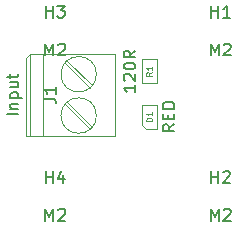
<source format=gbr>
%TF.GenerationSoftware,KiCad,Pcbnew,6.0.10+dfsg-1~bpo11+1*%
%TF.CreationDate,2023-02-10T23:49:39+00:00*%
%TF.ProjectId,kicad-automation-test,6b696361-642d-4617-9574-6f6d6174696f,rev?*%
%TF.SameCoordinates,Original*%
%TF.FileFunction,AssemblyDrawing,Top*%
%FSLAX46Y46*%
G04 Gerber Fmt 4.6, Leading zero omitted, Abs format (unit mm)*
G04 Created by KiCad (PCBNEW 6.0.10+dfsg-1~bpo11+1) date 2023-02-10 23:49:39*
%MOMM*%
%LPD*%
G01*
G04 APERTURE LIST*
%ADD10C,0.150000*%
%ADD11C,0.080000*%
%ADD12C,0.100000*%
G04 APERTURE END LIST*
D10*
%TO.C,J1*%
X130892380Y-91642857D02*
X129892380Y-91642857D01*
X130225714Y-91166666D02*
X130892380Y-91166666D01*
X130320952Y-91166666D02*
X130273333Y-91119047D01*
X130225714Y-91023809D01*
X130225714Y-90880952D01*
X130273333Y-90785714D01*
X130368571Y-90738095D01*
X130892380Y-90738095D01*
X130225714Y-90261904D02*
X131225714Y-90261904D01*
X130273333Y-90261904D02*
X130225714Y-90166666D01*
X130225714Y-89976190D01*
X130273333Y-89880952D01*
X130320952Y-89833333D01*
X130416190Y-89785714D01*
X130701904Y-89785714D01*
X130797142Y-89833333D01*
X130844761Y-89880952D01*
X130892380Y-89976190D01*
X130892380Y-90166666D01*
X130844761Y-90261904D01*
X130225714Y-88928571D02*
X130892380Y-88928571D01*
X130225714Y-89357142D02*
X130749523Y-89357142D01*
X130844761Y-89309523D01*
X130892380Y-89214285D01*
X130892380Y-89071428D01*
X130844761Y-88976190D01*
X130797142Y-88928571D01*
X130225714Y-88595238D02*
X130225714Y-88214285D01*
X129892380Y-88452380D02*
X130749523Y-88452380D01*
X130844761Y-88404761D01*
X130892380Y-88309523D01*
X130892380Y-88214285D01*
X133052380Y-90333333D02*
X133766666Y-90333333D01*
X133909523Y-90380952D01*
X134004761Y-90476190D01*
X134052380Y-90619047D01*
X134052380Y-90714285D01*
X134052380Y-89333333D02*
X134052380Y-89904761D01*
X134052380Y-89619047D02*
X133052380Y-89619047D01*
X133195238Y-89714285D01*
X133290476Y-89809523D01*
X133338095Y-89904761D01*
%TO.C,D1*%
X144102380Y-92492857D02*
X143626190Y-92826190D01*
X144102380Y-93064285D02*
X143102380Y-93064285D01*
X143102380Y-92683333D01*
X143150000Y-92588095D01*
X143197619Y-92540476D01*
X143292857Y-92492857D01*
X143435714Y-92492857D01*
X143530952Y-92540476D01*
X143578571Y-92588095D01*
X143626190Y-92683333D01*
X143626190Y-93064285D01*
X143578571Y-92064285D02*
X143578571Y-91730952D01*
X144102380Y-91588095D02*
X144102380Y-92064285D01*
X143102380Y-92064285D01*
X143102380Y-91588095D01*
X144102380Y-91159523D02*
X143102380Y-91159523D01*
X143102380Y-90921428D01*
X143150000Y-90778571D01*
X143245238Y-90683333D01*
X143340476Y-90635714D01*
X143530952Y-90588095D01*
X143673809Y-90588095D01*
X143864285Y-90635714D01*
X143959523Y-90683333D01*
X144054761Y-90778571D01*
X144102380Y-90921428D01*
X144102380Y-91159523D01*
D11*
X142226190Y-92219047D02*
X141726190Y-92219047D01*
X141726190Y-92100000D01*
X141750000Y-92028571D01*
X141797619Y-91980952D01*
X141845238Y-91957142D01*
X141940476Y-91933333D01*
X142011904Y-91933333D01*
X142107142Y-91957142D01*
X142154761Y-91980952D01*
X142202380Y-92028571D01*
X142226190Y-92100000D01*
X142226190Y-92219047D01*
X142226190Y-91457142D02*
X142226190Y-91742857D01*
X142226190Y-91600000D02*
X141726190Y-91600000D01*
X141797619Y-91647619D01*
X141845238Y-91695238D01*
X141869047Y-91742857D01*
D10*
%TO.C,R1*%
X140802380Y-89166666D02*
X140802380Y-89738095D01*
X140802380Y-89452380D02*
X139802380Y-89452380D01*
X139945238Y-89547619D01*
X140040476Y-89642857D01*
X140088095Y-89738095D01*
X139897619Y-88785714D02*
X139850000Y-88738095D01*
X139802380Y-88642857D01*
X139802380Y-88404761D01*
X139850000Y-88309523D01*
X139897619Y-88261904D01*
X139992857Y-88214285D01*
X140088095Y-88214285D01*
X140230952Y-88261904D01*
X140802380Y-88833333D01*
X140802380Y-88214285D01*
X139802380Y-87595238D02*
X139802380Y-87500000D01*
X139850000Y-87404761D01*
X139897619Y-87357142D01*
X139992857Y-87309523D01*
X140183333Y-87261904D01*
X140421428Y-87261904D01*
X140611904Y-87309523D01*
X140707142Y-87357142D01*
X140754761Y-87404761D01*
X140802380Y-87500000D01*
X140802380Y-87595238D01*
X140754761Y-87690476D01*
X140707142Y-87738095D01*
X140611904Y-87785714D01*
X140421428Y-87833333D01*
X140183333Y-87833333D01*
X139992857Y-87785714D01*
X139897619Y-87738095D01*
X139850000Y-87690476D01*
X139802380Y-87595238D01*
X140802380Y-86261904D02*
X140326190Y-86595238D01*
X140802380Y-86833333D02*
X139802380Y-86833333D01*
X139802380Y-86452380D01*
X139850000Y-86357142D01*
X139897619Y-86309523D01*
X139992857Y-86261904D01*
X140135714Y-86261904D01*
X140230952Y-86309523D01*
X140278571Y-86357142D01*
X140326190Y-86452380D01*
X140326190Y-86833333D01*
D11*
X142226190Y-88083333D02*
X141988095Y-88250000D01*
X142226190Y-88369047D02*
X141726190Y-88369047D01*
X141726190Y-88178571D01*
X141750000Y-88130952D01*
X141773809Y-88107142D01*
X141821428Y-88083333D01*
X141892857Y-88083333D01*
X141940476Y-88107142D01*
X141964285Y-88130952D01*
X141988095Y-88178571D01*
X141988095Y-88369047D01*
X142226190Y-87607142D02*
X142226190Y-87892857D01*
X142226190Y-87750000D02*
X141726190Y-87750000D01*
X141797619Y-87797619D01*
X141845238Y-87845238D01*
X141869047Y-87892857D01*
D10*
%TO.C,H1*%
X147190476Y-86652380D02*
X147190476Y-85652380D01*
X147523809Y-86366666D01*
X147857142Y-85652380D01*
X147857142Y-86652380D01*
X148285714Y-85747619D02*
X148333333Y-85700000D01*
X148428571Y-85652380D01*
X148666666Y-85652380D01*
X148761904Y-85700000D01*
X148809523Y-85747619D01*
X148857142Y-85842857D01*
X148857142Y-85938095D01*
X148809523Y-86080952D01*
X148238095Y-86652380D01*
X148857142Y-86652380D01*
X147238095Y-83452380D02*
X147238095Y-82452380D01*
X147238095Y-82928571D02*
X147809523Y-82928571D01*
X147809523Y-83452380D02*
X147809523Y-82452380D01*
X148809523Y-83452380D02*
X148238095Y-83452380D01*
X148523809Y-83452380D02*
X148523809Y-82452380D01*
X148428571Y-82595238D01*
X148333333Y-82690476D01*
X148238095Y-82738095D01*
%TO.C,H2*%
X147190476Y-100652380D02*
X147190476Y-99652380D01*
X147523809Y-100366666D01*
X147857142Y-99652380D01*
X147857142Y-100652380D01*
X148285714Y-99747619D02*
X148333333Y-99700000D01*
X148428571Y-99652380D01*
X148666666Y-99652380D01*
X148761904Y-99700000D01*
X148809523Y-99747619D01*
X148857142Y-99842857D01*
X148857142Y-99938095D01*
X148809523Y-100080952D01*
X148238095Y-100652380D01*
X148857142Y-100652380D01*
X147238095Y-97452380D02*
X147238095Y-96452380D01*
X147238095Y-96928571D02*
X147809523Y-96928571D01*
X147809523Y-97452380D02*
X147809523Y-96452380D01*
X148238095Y-96547619D02*
X148285714Y-96500000D01*
X148380952Y-96452380D01*
X148619047Y-96452380D01*
X148714285Y-96500000D01*
X148761904Y-96547619D01*
X148809523Y-96642857D01*
X148809523Y-96738095D01*
X148761904Y-96880952D01*
X148190476Y-97452380D01*
X148809523Y-97452380D01*
%TO.C,H3*%
X133190476Y-86652380D02*
X133190476Y-85652380D01*
X133523809Y-86366666D01*
X133857142Y-85652380D01*
X133857142Y-86652380D01*
X134285714Y-85747619D02*
X134333333Y-85700000D01*
X134428571Y-85652380D01*
X134666666Y-85652380D01*
X134761904Y-85700000D01*
X134809523Y-85747619D01*
X134857142Y-85842857D01*
X134857142Y-85938095D01*
X134809523Y-86080952D01*
X134238095Y-86652380D01*
X134857142Y-86652380D01*
X133238095Y-83452380D02*
X133238095Y-82452380D01*
X133238095Y-82928571D02*
X133809523Y-82928571D01*
X133809523Y-83452380D02*
X133809523Y-82452380D01*
X134190476Y-82452380D02*
X134809523Y-82452380D01*
X134476190Y-82833333D01*
X134619047Y-82833333D01*
X134714285Y-82880952D01*
X134761904Y-82928571D01*
X134809523Y-83023809D01*
X134809523Y-83261904D01*
X134761904Y-83357142D01*
X134714285Y-83404761D01*
X134619047Y-83452380D01*
X134333333Y-83452380D01*
X134238095Y-83404761D01*
X134190476Y-83357142D01*
%TO.C,H4*%
X133190476Y-100652380D02*
X133190476Y-99652380D01*
X133523809Y-100366666D01*
X133857142Y-99652380D01*
X133857142Y-100652380D01*
X134285714Y-99747619D02*
X134333333Y-99700000D01*
X134428571Y-99652380D01*
X134666666Y-99652380D01*
X134761904Y-99700000D01*
X134809523Y-99747619D01*
X134857142Y-99842857D01*
X134857142Y-99938095D01*
X134809523Y-100080952D01*
X134238095Y-100652380D01*
X134857142Y-100652380D01*
X133238095Y-97452380D02*
X133238095Y-96452380D01*
X133238095Y-96928571D02*
X133809523Y-96928571D01*
X133809523Y-97452380D02*
X133809523Y-96452380D01*
X134714285Y-96785714D02*
X134714285Y-97452380D01*
X134476190Y-96404761D02*
X134238095Y-97119047D01*
X134857142Y-97119047D01*
D12*
%TO.C,J1*%
X136955000Y-89388000D02*
X134862000Y-87295000D01*
X139100000Y-86500000D02*
X139100000Y-93500000D01*
X137138000Y-89205000D02*
X135045000Y-87112000D01*
X131900000Y-86500000D02*
X131900000Y-93500000D01*
X139100000Y-93500000D02*
X131500000Y-93500000D01*
X137138000Y-92705000D02*
X135045000Y-90613000D01*
X136955000Y-92888000D02*
X134862000Y-90796000D01*
X131500000Y-93500000D02*
X131500000Y-86900000D01*
X131500000Y-86900000D02*
X131900000Y-86500000D01*
X131900000Y-86500000D02*
X139100000Y-86500000D01*
X133000000Y-86500000D02*
X133000000Y-93500000D01*
X137500000Y-91750000D02*
G75*
G03*
X137500000Y-91750000I-1500000J0D01*
G01*
X137500000Y-88250000D02*
G75*
G03*
X137500000Y-88250000I-1500000J0D01*
G01*
%TO.C,D1*%
X142600000Y-90850000D02*
X141400000Y-90850000D01*
X141400000Y-90850000D02*
X141400000Y-92550000D01*
X141700000Y-92850000D02*
X142600000Y-92850000D01*
X142600000Y-92850000D02*
X142600000Y-90850000D01*
X141400000Y-92550000D02*
X141700000Y-92850000D01*
%TO.C,R1*%
X141375000Y-87000000D02*
X142625000Y-87000000D01*
X142625000Y-87000000D02*
X142625000Y-89000000D01*
X142625000Y-89000000D02*
X141375000Y-89000000D01*
X141375000Y-89000000D02*
X141375000Y-87000000D01*
%TD*%
M02*

</source>
